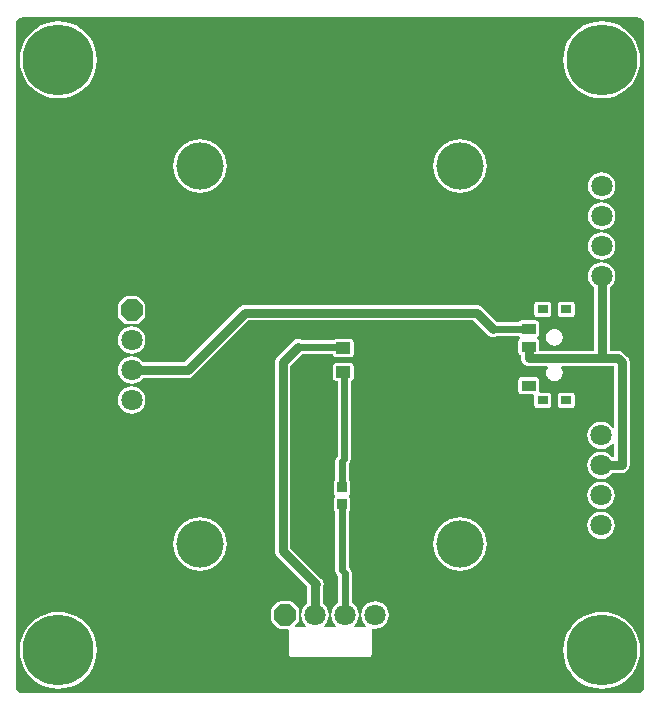
<source format=gtl>
G04 Layer_Physical_Order=1*
G04 Layer_Color=255*
%FSLAX44Y44*%
%MOMM*%
G71*
G01*
G75*
%ADD10R,0.8500X0.8500*%
%ADD11R,1.2500X1.0000*%
%ADD12R,1.2500X0.9000*%
%ADD13R,0.9000X0.8000*%
%ADD14C,0.8000*%
%ADD15C,0.6000*%
%ADD16C,6.0000*%
%ADD17C,1.8000*%
%ADD18P,1.9483X8X22.5*%
%ADD19P,1.9483X8X292.5*%
%ADD20C,4.0000*%
G36*
X537366Y585711D02*
X539371Y584371D01*
X540711Y582366D01*
X541149Y580167D01*
X541115Y580000D01*
Y20000D01*
X541149Y19833D01*
X540711Y17634D01*
X539371Y15629D01*
X537366Y14289D01*
X536199Y14057D01*
X535000Y13885D01*
Y13885D01*
X15000D01*
X14833Y13851D01*
X12634Y14289D01*
X10629Y15629D01*
X9289Y17634D01*
X9057Y18801D01*
X8885Y20000D01*
X8885D01*
Y580000D01*
X8851Y580167D01*
X9289Y582366D01*
X10629Y584371D01*
X12634Y585711D01*
X14833Y586149D01*
X15000Y586115D01*
X535000D01*
X535167Y586149D01*
X537366Y585711D01*
D02*
G37*
%LPC*%
G36*
X449500Y281330D02*
X437000D01*
X436009Y281133D01*
X435169Y280571D01*
X434607Y279731D01*
X434410Y278740D01*
Y269740D01*
X434607Y268749D01*
X435169Y267909D01*
X436009Y267347D01*
X437000Y267150D01*
X446976D01*
X447938Y265880D01*
X447910Y265740D01*
Y257740D01*
X448107Y256749D01*
X448669Y255909D01*
X449509Y255347D01*
X450500Y255150D01*
X459500D01*
X460491Y255347D01*
X461331Y255909D01*
X461893Y256749D01*
X462090Y257740D01*
Y265740D01*
X461893Y266731D01*
X461331Y267571D01*
X460491Y268133D01*
X459500Y268330D01*
X453024D01*
X452062Y269600D01*
X452090Y269740D01*
Y278740D01*
X451893Y279731D01*
X451331Y280571D01*
X450491Y281133D01*
X449500Y281330D01*
D02*
G37*
G36*
X107000Y273540D02*
X103988Y273143D01*
X101180Y271980D01*
X98770Y270130D01*
X96920Y267720D01*
X95757Y264913D01*
X95360Y261900D01*
X95757Y258888D01*
X96920Y256080D01*
X98770Y253670D01*
X101180Y251820D01*
X103988Y250657D01*
X107000Y250261D01*
X110013Y250657D01*
X112820Y251820D01*
X115230Y253670D01*
X117080Y256080D01*
X118243Y258888D01*
X118640Y261900D01*
X118243Y264913D01*
X117080Y267720D01*
X115230Y270130D01*
X112820Y271980D01*
X110013Y273143D01*
X107000Y273540D01*
D02*
G37*
G36*
X479500Y268330D02*
X470500D01*
X469509Y268133D01*
X468669Y267571D01*
X468107Y266731D01*
X467910Y265740D01*
Y257740D01*
X468107Y256749D01*
X468669Y255909D01*
X469509Y255347D01*
X470500Y255150D01*
X479500D01*
X480491Y255347D01*
X481331Y255909D01*
X481893Y256749D01*
X482090Y257740D01*
Y265740D01*
X481893Y266731D01*
X481331Y267571D01*
X480491Y268133D01*
X479500Y268330D01*
D02*
G37*
G36*
X107000Y324340D02*
X103988Y323943D01*
X101180Y322780D01*
X98770Y320930D01*
X96920Y318520D01*
X95757Y315713D01*
X95360Y312700D01*
X95757Y309688D01*
X96920Y306880D01*
X98770Y304470D01*
X101180Y302620D01*
X103988Y301457D01*
X107000Y301061D01*
X110013Y301457D01*
X112820Y302620D01*
X115230Y304470D01*
X117080Y306880D01*
X118243Y309688D01*
X118640Y312700D01*
X118243Y315713D01*
X117080Y318520D01*
X115230Y320930D01*
X112820Y322780D01*
X110013Y323943D01*
X107000Y324340D01*
D02*
G37*
G36*
X248000Y313596D02*
X246293Y313372D01*
X244702Y312713D01*
X243336Y311664D01*
X230146Y298474D01*
X229097Y297108D01*
X228438Y295517D01*
X228214Y293810D01*
Y134190D01*
X228438Y132483D01*
X229097Y130892D01*
X230146Y129526D01*
X255704Y103968D01*
Y89484D01*
X254070Y88230D01*
X252220Y85820D01*
X251057Y83013D01*
X250660Y80000D01*
X251057Y76988D01*
X252220Y74180D01*
X254070Y71770D01*
X254995Y71060D01*
X254564Y69790D01*
X245512D01*
X245026Y70963D01*
X247731Y73669D01*
X248293Y74509D01*
X248490Y75500D01*
Y84500D01*
X248293Y85491D01*
X247731Y86331D01*
X243231Y90831D01*
X242391Y91393D01*
X241400Y91590D01*
X232400D01*
X231409Y91393D01*
X230569Y90831D01*
X226069Y86331D01*
X225507Y85491D01*
X225310Y84500D01*
Y75500D01*
X225507Y74509D01*
X226069Y73669D01*
X230569Y69169D01*
X231409Y68607D01*
X232400Y68410D01*
X238856D01*
X239910Y67200D01*
Y47200D01*
X240107Y46209D01*
X240669Y45369D01*
X241509Y44807D01*
X242500Y44610D01*
X307500D01*
X308491Y44807D01*
X309331Y45369D01*
X309893Y46209D01*
X310090Y47200D01*
Y67200D01*
X310033Y67483D01*
X311006Y68636D01*
X313100Y68361D01*
X316113Y68757D01*
X318920Y69920D01*
X321330Y71770D01*
X323180Y74180D01*
X324343Y76988D01*
X324740Y80000D01*
X324343Y83013D01*
X323180Y85820D01*
X321330Y88230D01*
X318920Y90080D01*
X316113Y91243D01*
X313100Y91640D01*
X310088Y91243D01*
X307280Y90080D01*
X304870Y88230D01*
X303020Y85820D01*
X301857Y83013D01*
X301460Y80000D01*
X301857Y76988D01*
X303020Y74180D01*
X304870Y71770D01*
X305795Y71060D01*
X305364Y69790D01*
X295436D01*
X295005Y71060D01*
X295930Y71770D01*
X297780Y74180D01*
X298943Y76988D01*
X299340Y80000D01*
X298943Y83013D01*
X297780Y85820D01*
X295930Y88230D01*
X293520Y90080D01*
X293349Y90151D01*
Y115300D01*
X293349Y115300D01*
X292919Y117462D01*
X291694Y119294D01*
X291694Y119294D01*
X290648Y120340D01*
Y167630D01*
X291081Y167919D01*
X291643Y168759D01*
X291840Y169750D01*
Y178250D01*
X291643Y179241D01*
X291081Y180081D01*
X290796Y180271D01*
Y181728D01*
X291081Y181919D01*
X291643Y182759D01*
X291840Y183750D01*
Y192250D01*
X291643Y193241D01*
X291081Y194081D01*
X290648Y194370D01*
Y207660D01*
X290994Y208006D01*
X290994Y208006D01*
X292219Y209838D01*
X292649Y212000D01*
X292649Y212000D01*
Y278489D01*
X293241Y278607D01*
X294081Y279169D01*
X294643Y280009D01*
X294840Y281000D01*
Y291000D01*
X294643Y291991D01*
X294081Y292831D01*
X293241Y293393D01*
X292250Y293590D01*
X279750D01*
X278759Y293393D01*
X277919Y292831D01*
X277357Y291991D01*
X277160Y291000D01*
Y281000D01*
X277357Y280009D01*
X277919Y279169D01*
X278759Y278607D01*
X279750Y278410D01*
X281352D01*
Y214340D01*
X281006Y213994D01*
X279781Y212162D01*
X279352Y210000D01*
Y194370D01*
X278919Y194081D01*
X278357Y193241D01*
X278160Y192250D01*
Y183750D01*
X278357Y182759D01*
X278919Y181919D01*
X279203Y181728D01*
Y180271D01*
X278919Y180081D01*
X278357Y179241D01*
X278160Y178250D01*
Y169750D01*
X278357Y168759D01*
X278919Y167919D01*
X279352Y167630D01*
Y118000D01*
X279351Y118000D01*
X279781Y115838D01*
X281006Y114006D01*
X282052Y112960D01*
Y90151D01*
X281880Y90080D01*
X279470Y88230D01*
X277620Y85820D01*
X276457Y83013D01*
X276061Y80000D01*
X276457Y76988D01*
X277620Y74180D01*
X279470Y71770D01*
X280395Y71060D01*
X279963Y69790D01*
X270037D01*
X269605Y71060D01*
X270530Y71770D01*
X272380Y74180D01*
X273543Y76988D01*
X273940Y80000D01*
X273543Y83013D01*
X272380Y85820D01*
X270530Y88230D01*
X268896Y89484D01*
Y103145D01*
X269372Y104293D01*
X269596Y106000D01*
X269372Y107707D01*
X268713Y109298D01*
X267664Y110664D01*
X241406Y136922D01*
Y291078D01*
X251680Y301352D01*
X277160D01*
Y301000D01*
X277357Y300009D01*
X277919Y299169D01*
X278759Y298607D01*
X279750Y298410D01*
X292250D01*
X293241Y298607D01*
X294081Y299169D01*
X294643Y300009D01*
X294840Y301000D01*
Y311000D01*
X294643Y311991D01*
X294081Y312831D01*
X293241Y313393D01*
X292250Y313590D01*
X279750D01*
X278759Y313393D01*
X277919Y312831D01*
X277797Y312649D01*
X251382D01*
X251298Y312713D01*
X249707Y313372D01*
X248000Y313596D01*
D02*
G37*
G36*
X504500Y192990D02*
X501488Y192593D01*
X498680Y191430D01*
X496270Y189580D01*
X494420Y187170D01*
X493257Y184363D01*
X492860Y181350D01*
X493257Y178337D01*
X494420Y175530D01*
X496270Y173120D01*
X498680Y171270D01*
X501488Y170107D01*
X504500Y169711D01*
X507513Y170107D01*
X510320Y171270D01*
X512730Y173120D01*
X514580Y175530D01*
X515743Y178337D01*
X516140Y181350D01*
X515743Y184363D01*
X514580Y187170D01*
X512730Y189580D01*
X510320Y191430D01*
X507513Y192593D01*
X504500Y192990D01*
D02*
G37*
G36*
X505000Y82641D02*
X499894Y82239D01*
X494913Y81043D01*
X490182Y79083D01*
X485814Y76407D01*
X481920Y73080D01*
X478593Y69186D01*
X475917Y64819D01*
X473957Y60086D01*
X472761Y55106D01*
X472359Y50000D01*
X472761Y44894D01*
X473957Y39913D01*
X475917Y35182D01*
X478593Y30814D01*
X481920Y26920D01*
X485814Y23593D01*
X490182Y20917D01*
X494913Y18957D01*
X499894Y17761D01*
X505000Y17359D01*
X510106Y17761D01*
X515087Y18957D01*
X519818Y20917D01*
X524186Y23593D01*
X528080Y26920D01*
X531407Y30814D01*
X534083Y35182D01*
X536043Y39913D01*
X537239Y44894D01*
X537641Y50000D01*
X537239Y55106D01*
X536043Y60086D01*
X534083Y64819D01*
X531407Y69186D01*
X528080Y73080D01*
X524186Y76407D01*
X519818Y79083D01*
X515087Y81043D01*
X510106Y82239D01*
X505000Y82641D01*
D02*
G37*
G36*
X45000D02*
X39894Y82239D01*
X34913Y81043D01*
X30182Y79083D01*
X25814Y76407D01*
X21920Y73080D01*
X18593Y69186D01*
X15917Y64819D01*
X13957Y60086D01*
X12761Y55106D01*
X12359Y50000D01*
X12761Y44894D01*
X13957Y39913D01*
X15917Y35182D01*
X18593Y30814D01*
X21920Y26920D01*
X25814Y23593D01*
X30182Y20917D01*
X34913Y18957D01*
X39894Y17761D01*
X45000Y17359D01*
X50106Y17761D01*
X55086Y18957D01*
X59819Y20917D01*
X64186Y23593D01*
X68080Y26920D01*
X71407Y30814D01*
X74083Y35182D01*
X76043Y39913D01*
X77239Y44894D01*
X77641Y50000D01*
X77239Y55106D01*
X76043Y60086D01*
X74083Y64819D01*
X71407Y69186D01*
X68080Y73080D01*
X64186Y76407D01*
X59819Y79083D01*
X55086Y81043D01*
X50106Y82239D01*
X45000Y82641D01*
D02*
G37*
G36*
X165000Y162649D02*
X160581Y162214D01*
X156333Y160925D01*
X152417Y158832D01*
X148985Y156015D01*
X146168Y152583D01*
X144075Y148667D01*
X142786Y144419D01*
X142351Y140000D01*
X142786Y135581D01*
X144075Y131333D01*
X146168Y127417D01*
X148985Y123985D01*
X152417Y121168D01*
X156333Y119075D01*
X160581Y117786D01*
X165000Y117351D01*
X169419Y117786D01*
X173667Y119075D01*
X177583Y121168D01*
X181015Y123985D01*
X183832Y127417D01*
X185925Y131333D01*
X187214Y135581D01*
X187649Y140000D01*
X187214Y144419D01*
X185925Y148667D01*
X183832Y152583D01*
X181015Y156015D01*
X177583Y158832D01*
X173667Y160925D01*
X169419Y162214D01*
X165000Y162649D01*
D02*
G37*
G36*
X504500Y167590D02*
X501488Y167193D01*
X498680Y166030D01*
X496270Y164180D01*
X494420Y161770D01*
X493257Y158962D01*
X492860Y155950D01*
X493257Y152937D01*
X494420Y150130D01*
X496270Y147720D01*
X498680Y145870D01*
X501488Y144707D01*
X504500Y144311D01*
X507513Y144707D01*
X510320Y145870D01*
X512730Y147720D01*
X514580Y150130D01*
X515743Y152937D01*
X516140Y155950D01*
X515743Y158962D01*
X514580Y161770D01*
X512730Y164180D01*
X510320Y166030D01*
X507513Y167193D01*
X504500Y167590D01*
D02*
G37*
G36*
X385000Y162649D02*
X380581Y162214D01*
X376333Y160925D01*
X372417Y158832D01*
X368985Y156015D01*
X366168Y152583D01*
X364075Y148667D01*
X362786Y144419D01*
X362351Y140000D01*
X362786Y135581D01*
X364075Y131333D01*
X366168Y127417D01*
X368985Y123985D01*
X372417Y121168D01*
X376333Y119075D01*
X380581Y117786D01*
X385000Y117351D01*
X389419Y117786D01*
X393667Y119075D01*
X397583Y121168D01*
X401015Y123985D01*
X403832Y127417D01*
X405925Y131333D01*
X407214Y135581D01*
X407649Y140000D01*
X407214Y144419D01*
X405925Y148667D01*
X403832Y152583D01*
X401015Y156015D01*
X397583Y158832D01*
X393667Y160925D01*
X389419Y162214D01*
X385000Y162649D01*
D02*
G37*
G36*
X505000Y378540D02*
X501987Y378143D01*
X499180Y376980D01*
X496770Y375130D01*
X494920Y372720D01*
X493757Y369912D01*
X493360Y366900D01*
X493757Y363887D01*
X494920Y361080D01*
X496770Y358670D01*
X498404Y357416D01*
Y303846D01*
X452090D01*
Y311740D01*
X451893Y312731D01*
X451331Y313571D01*
X450583Y314071D01*
X450510Y314740D01*
X450583Y315409D01*
X451331Y315909D01*
X451893Y316749D01*
X452090Y317740D01*
Y326740D01*
X451893Y327731D01*
X451331Y328571D01*
X450491Y329133D01*
X449500Y329330D01*
X437000D01*
X436009Y329133D01*
X435169Y328571D01*
X434607Y327731D01*
X434591Y327649D01*
X416680D01*
X403664Y340664D01*
X402298Y341713D01*
X400707Y342372D01*
X399000Y342596D01*
X203000D01*
X201293Y342372D01*
X199702Y341713D01*
X198336Y340664D01*
X151568Y293896D01*
X116484D01*
X115230Y295530D01*
X112820Y297380D01*
X110013Y298543D01*
X107000Y298940D01*
X103988Y298543D01*
X101180Y297380D01*
X98770Y295530D01*
X96920Y293120D01*
X95757Y290313D01*
X95360Y287300D01*
X95757Y284287D01*
X96920Y281480D01*
X98770Y279070D01*
X101180Y277220D01*
X103988Y276057D01*
X107000Y275660D01*
X110013Y276057D01*
X112820Y277220D01*
X115230Y279070D01*
X116484Y280704D01*
X154300D01*
X156007Y280928D01*
X157598Y281587D01*
X158964Y282636D01*
X205732Y329404D01*
X396268D01*
X408336Y317336D01*
X409702Y316287D01*
X411293Y315628D01*
X413000Y315404D01*
X414707Y315628D01*
X416298Y316287D01*
X416382Y316352D01*
X434873D01*
X435169Y315909D01*
X435916Y315409D01*
X435990Y314740D01*
X435916Y314071D01*
X435169Y313571D01*
X434607Y312731D01*
X434410Y311740D01*
Y302740D01*
X434607Y301749D01*
X435169Y300909D01*
X436009Y300347D01*
X436654Y300219D01*
Y297250D01*
X436878Y295543D01*
X437537Y293952D01*
X438586Y292586D01*
X439952Y291537D01*
X441543Y290878D01*
X443250Y290654D01*
X458584D01*
X459242Y289384D01*
X458608Y288435D01*
X458221Y287501D01*
X457872Y285745D01*
Y285490D01*
X457822Y285240D01*
X457872Y284990D01*
Y284735D01*
X458221Y282979D01*
X458608Y282045D01*
X459602Y280557D01*
X459602Y280557D01*
X460317Y279842D01*
X460317Y279842D01*
X461805Y278848D01*
X462739Y278461D01*
X464495Y278112D01*
X465505D01*
X467261Y278461D01*
X468195Y278848D01*
X469683Y279842D01*
X469683Y279842D01*
X470398Y280557D01*
X470398Y280557D01*
X471392Y282045D01*
X471779Y282979D01*
X472128Y284735D01*
Y284990D01*
X472178Y285240D01*
X472128Y285490D01*
Y285745D01*
X471779Y287501D01*
X471392Y288435D01*
X470758Y289384D01*
X471416Y290654D01*
X515404D01*
Y238983D01*
X514134Y238552D01*
X512730Y240380D01*
X510320Y242230D01*
X507513Y243393D01*
X504500Y243790D01*
X501488Y243393D01*
X498680Y242230D01*
X496270Y240380D01*
X494420Y237970D01*
X493257Y235163D01*
X492860Y232150D01*
X493257Y229137D01*
X494420Y226330D01*
X496270Y223920D01*
X498680Y222070D01*
X501488Y220907D01*
X504500Y220511D01*
X507513Y220907D01*
X510320Y222070D01*
X512730Y223920D01*
X514134Y225748D01*
X515404Y225317D01*
Y213346D01*
X513984D01*
X512730Y214980D01*
X510320Y216830D01*
X507513Y217993D01*
X504500Y218390D01*
X501488Y217993D01*
X498680Y216830D01*
X496270Y214980D01*
X494420Y212570D01*
X493257Y209762D01*
X492860Y206750D01*
X493257Y203738D01*
X494420Y200930D01*
X496270Y198520D01*
X498680Y196670D01*
X501488Y195507D01*
X504500Y195110D01*
X507513Y195507D01*
X510320Y196670D01*
X512730Y198520D01*
X513984Y200154D01*
X521750D01*
X523457Y200378D01*
X525048Y201037D01*
X526414Y202086D01*
X526664Y202336D01*
X527713Y203702D01*
X528372Y205293D01*
X528596Y207000D01*
Y294000D01*
X528372Y295707D01*
X527713Y297298D01*
X526664Y298664D01*
X523414Y301914D01*
X522048Y302963D01*
X520457Y303622D01*
X518750Y303846D01*
X511596D01*
Y357416D01*
X513230Y358670D01*
X515080Y361080D01*
X516243Y363887D01*
X516640Y366900D01*
X516243Y369912D01*
X515080Y372720D01*
X513230Y375130D01*
X510820Y376980D01*
X508013Y378143D01*
X505000Y378540D01*
D02*
G37*
G36*
X165000Y482649D02*
X160581Y482214D01*
X156333Y480925D01*
X152417Y478832D01*
X148985Y476015D01*
X146168Y472583D01*
X144075Y468667D01*
X142786Y464419D01*
X142351Y460000D01*
X142786Y455581D01*
X144075Y451333D01*
X146168Y447417D01*
X148985Y443985D01*
X152417Y441168D01*
X156333Y439075D01*
X160581Y437786D01*
X165000Y437351D01*
X169419Y437786D01*
X173667Y439075D01*
X177583Y441168D01*
X181015Y443985D01*
X183832Y447417D01*
X185925Y451333D01*
X187214Y455581D01*
X187649Y460000D01*
X187214Y464419D01*
X185925Y468667D01*
X183832Y472583D01*
X181015Y476015D01*
X177583Y478832D01*
X173667Y480925D01*
X169419Y482214D01*
X165000Y482649D01*
D02*
G37*
G36*
X505000Y454740D02*
X501987Y454343D01*
X499180Y453180D01*
X496770Y451330D01*
X494920Y448920D01*
X493757Y446113D01*
X493360Y443100D01*
X493757Y440088D01*
X494920Y437280D01*
X496770Y434870D01*
X499180Y433020D01*
X501987Y431857D01*
X505000Y431460D01*
X508013Y431857D01*
X510820Y433020D01*
X513230Y434870D01*
X515080Y437280D01*
X516243Y440088D01*
X516640Y443100D01*
X516243Y446113D01*
X515080Y448920D01*
X513230Y451330D01*
X510820Y453180D01*
X508013Y454343D01*
X505000Y454740D01*
D02*
G37*
G36*
X385000Y482649D02*
X380581Y482214D01*
X376333Y480925D01*
X372417Y478832D01*
X368985Y476015D01*
X366168Y472583D01*
X364075Y468667D01*
X362786Y464419D01*
X362351Y460000D01*
X362786Y455581D01*
X364075Y451333D01*
X366168Y447417D01*
X368985Y443985D01*
X372417Y441168D01*
X376333Y439075D01*
X380581Y437786D01*
X385000Y437351D01*
X389419Y437786D01*
X393667Y439075D01*
X397583Y441168D01*
X401015Y443985D01*
X403832Y447417D01*
X405925Y451333D01*
X407214Y455581D01*
X407649Y460000D01*
X407214Y464419D01*
X405925Y468667D01*
X403832Y472583D01*
X401015Y476015D01*
X397583Y478832D01*
X393667Y480925D01*
X389419Y482214D01*
X385000Y482649D01*
D02*
G37*
G36*
X505000Y582641D02*
X499894Y582239D01*
X494913Y581043D01*
X490182Y579083D01*
X485814Y576407D01*
X481920Y573080D01*
X478593Y569186D01*
X475917Y564818D01*
X473957Y560087D01*
X472761Y555106D01*
X472359Y550000D01*
X472761Y544894D01*
X473957Y539913D01*
X475917Y535182D01*
X478593Y530814D01*
X481920Y526920D01*
X485814Y523593D01*
X490182Y520917D01*
X494913Y518957D01*
X499894Y517761D01*
X505000Y517359D01*
X510106Y517761D01*
X515087Y518957D01*
X519818Y520917D01*
X524186Y523593D01*
X528080Y526920D01*
X531407Y530814D01*
X534083Y535182D01*
X536043Y539913D01*
X537239Y544894D01*
X537641Y550000D01*
X537239Y555106D01*
X536043Y560087D01*
X534083Y564818D01*
X531407Y569186D01*
X528080Y573080D01*
X524186Y576407D01*
X519818Y579083D01*
X515087Y581043D01*
X510106Y582239D01*
X505000Y582641D01*
D02*
G37*
G36*
X45000D02*
X39894Y582239D01*
X34913Y581043D01*
X30182Y579083D01*
X25814Y576407D01*
X21920Y573080D01*
X18593Y569186D01*
X15917Y564818D01*
X13957Y560087D01*
X12761Y555106D01*
X12359Y550000D01*
X12761Y544894D01*
X13957Y539913D01*
X15917Y535182D01*
X18593Y530814D01*
X21920Y526920D01*
X25814Y523593D01*
X30182Y520917D01*
X34913Y518957D01*
X39894Y517761D01*
X45000Y517359D01*
X50106Y517761D01*
X55086Y518957D01*
X59819Y520917D01*
X64186Y523593D01*
X68080Y526920D01*
X71407Y530814D01*
X74083Y535182D01*
X76043Y539913D01*
X77239Y544894D01*
X77641Y550000D01*
X77239Y555106D01*
X76043Y560087D01*
X74083Y564818D01*
X71407Y569186D01*
X68080Y573080D01*
X64186Y576407D01*
X59819Y579083D01*
X55086Y581043D01*
X50106Y582239D01*
X45000Y582641D01*
D02*
G37*
G36*
X505000Y429340D02*
X501987Y428943D01*
X499180Y427780D01*
X496770Y425930D01*
X494920Y423520D01*
X493757Y420713D01*
X493360Y417700D01*
X493757Y414688D01*
X494920Y411880D01*
X496770Y409470D01*
X499180Y407620D01*
X501987Y406457D01*
X505000Y406060D01*
X508013Y406457D01*
X510820Y407620D01*
X513230Y409470D01*
X515080Y411880D01*
X516243Y414688D01*
X516640Y417700D01*
X516243Y420713D01*
X515080Y423520D01*
X513230Y425930D01*
X510820Y427780D01*
X508013Y428943D01*
X505000Y429340D01*
D02*
G37*
G36*
X111500Y349690D02*
X102500D01*
X101509Y349493D01*
X100669Y348931D01*
X96169Y344431D01*
X95607Y343591D01*
X95410Y342600D01*
Y333600D01*
X95607Y332609D01*
X96169Y331769D01*
X100669Y327269D01*
X101509Y326707D01*
X102500Y326510D01*
X111500D01*
X112491Y326707D01*
X113331Y327269D01*
X117831Y331769D01*
X118393Y332609D01*
X118590Y333600D01*
Y342600D01*
X118393Y343591D01*
X117831Y344431D01*
X113331Y348931D01*
X112491Y349493D01*
X111500Y349690D01*
D02*
G37*
G36*
X465505Y322368D02*
X464495D01*
X462739Y322019D01*
X461805Y321632D01*
X460317Y320638D01*
X460317Y320638D01*
X459602Y319923D01*
X459602Y319923D01*
X458608Y318435D01*
X458221Y317501D01*
X457872Y315745D01*
Y315490D01*
X457822Y315240D01*
X457872Y314990D01*
Y314735D01*
X458221Y312979D01*
X458608Y312045D01*
X459602Y310557D01*
X459602Y310557D01*
X460317Y309842D01*
X460317Y309842D01*
X461805Y308848D01*
X462739Y308461D01*
X464495Y308112D01*
X465505D01*
X467261Y308461D01*
X468195Y308848D01*
X469683Y309842D01*
X469683Y309842D01*
X470398Y310557D01*
X470398Y310557D01*
X471392Y312045D01*
X471779Y312979D01*
X472128Y314735D01*
Y314990D01*
X472178Y315240D01*
X472128Y315490D01*
Y315745D01*
X471779Y317501D01*
X471392Y318435D01*
X470398Y319923D01*
X470398Y319923D01*
X469683Y320638D01*
X469683Y320638D01*
X468195Y321632D01*
X467261Y322019D01*
X465505Y322368D01*
D02*
G37*
G36*
X459500Y345330D02*
X450500D01*
X449509Y345133D01*
X448669Y344571D01*
X448107Y343731D01*
X447910Y342740D01*
Y334740D01*
X448107Y333749D01*
X448669Y332909D01*
X449509Y332347D01*
X450500Y332150D01*
X459500D01*
X460491Y332347D01*
X461331Y332909D01*
X461893Y333749D01*
X462090Y334740D01*
Y342740D01*
X461893Y343731D01*
X461331Y344571D01*
X460491Y345133D01*
X459500Y345330D01*
D02*
G37*
G36*
X505000Y403940D02*
X501987Y403543D01*
X499180Y402380D01*
X496770Y400530D01*
X494920Y398120D01*
X493757Y395312D01*
X493360Y392300D01*
X493757Y389287D01*
X494920Y386480D01*
X496770Y384070D01*
X499180Y382220D01*
X501987Y381057D01*
X505000Y380661D01*
X508013Y381057D01*
X510820Y382220D01*
X513230Y384070D01*
X515080Y386480D01*
X516243Y389287D01*
X516640Y392300D01*
X516243Y395312D01*
X515080Y398120D01*
X513230Y400530D01*
X510820Y402380D01*
X508013Y403543D01*
X505000Y403940D01*
D02*
G37*
G36*
X479500Y345330D02*
X470500D01*
X469509Y345133D01*
X468669Y344571D01*
X468107Y343731D01*
X467910Y342740D01*
Y334740D01*
X468107Y333749D01*
X468669Y332909D01*
X469509Y332347D01*
X470500Y332150D01*
X479500D01*
X480491Y332347D01*
X481331Y332909D01*
X481893Y333749D01*
X482090Y334740D01*
Y342740D01*
X481893Y343731D01*
X481331Y344571D01*
X480491Y345133D01*
X479500Y345330D01*
D02*
G37*
%LPD*%
D10*
X285000Y174000D02*
D03*
Y188000D02*
D03*
D11*
X286000Y306000D02*
D03*
Y286000D02*
D03*
D12*
X443250Y274240D02*
D03*
Y307240D02*
D03*
Y322240D02*
D03*
D13*
X475000Y338740D02*
D03*
X455000D02*
D03*
X475000Y261740D02*
D03*
X455000D02*
D03*
D14*
X234810Y293810D02*
X248000Y307000D01*
X234810Y134190D02*
Y293810D01*
X399000Y336000D02*
X413000Y322000D01*
X203000Y336000D02*
X399000D01*
X154300Y287300D02*
X203000Y336000D01*
X262300Y105300D02*
X263000Y106000D01*
X262300Y80000D02*
Y105300D01*
X234810Y134190D02*
X263000Y106000D01*
X107000Y287300D02*
X154300D01*
X443250Y297250D02*
Y307240D01*
Y297250D02*
X504250D01*
X505000Y298000D01*
Y366900D01*
X504250Y297250D02*
X518750D01*
X522000Y294000D01*
Y207000D02*
Y294000D01*
X521750Y206750D02*
X522000Y207000D01*
X504500Y206750D02*
X521750D01*
D15*
X285000Y210000D02*
X287000Y212000D01*
X285000Y118000D02*
Y173000D01*
Y118000D02*
X287700Y115300D01*
Y80000D02*
Y115300D01*
X443010Y322000D02*
X443250Y322240D01*
X413000Y322000D02*
X443010D01*
X248000Y307000D02*
X286000D01*
X285000Y188000D02*
Y210000D01*
X287000Y212000D02*
Y286000D01*
D16*
X505000Y50000D02*
D03*
X45000D02*
D03*
Y550000D02*
D03*
X505000D02*
D03*
D17*
X313100Y80000D02*
D03*
X287700D02*
D03*
X262300D02*
D03*
X107000Y312700D02*
D03*
Y287300D02*
D03*
Y261900D02*
D03*
X504500Y232150D02*
D03*
Y155950D02*
D03*
Y181350D02*
D03*
Y206750D02*
D03*
X505000Y443100D02*
D03*
Y366900D02*
D03*
Y392300D02*
D03*
Y417700D02*
D03*
D18*
X236900Y80000D02*
D03*
D19*
X107000Y338100D02*
D03*
D20*
X385000Y460000D02*
D03*
Y140000D02*
D03*
X165000D02*
D03*
Y460000D02*
D03*
M02*

</source>
